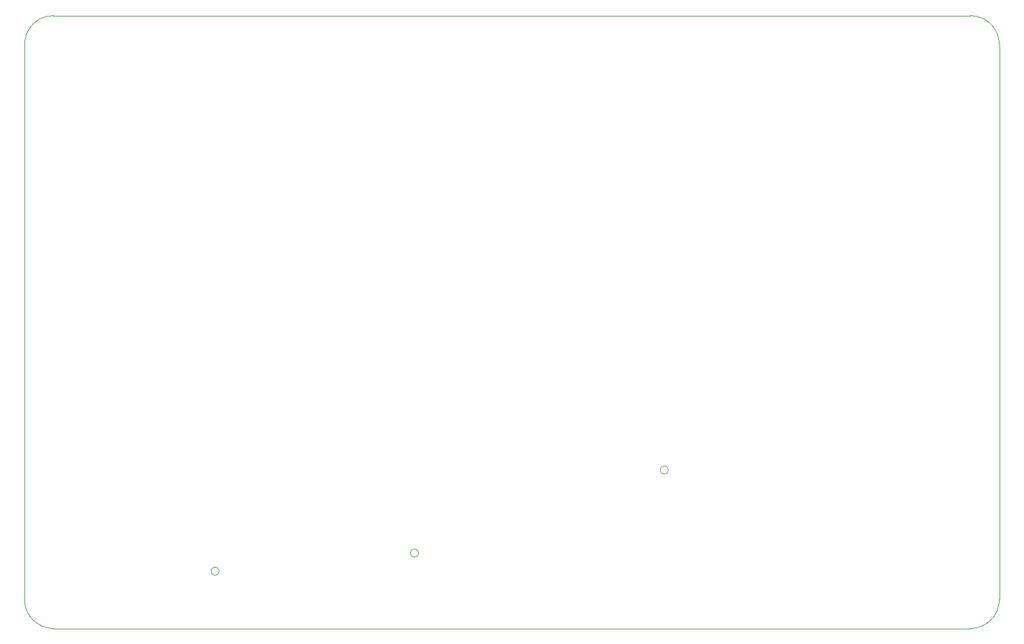
<source format=gbr>
%TF.GenerationSoftware,KiCad,Pcbnew,5.1.12-84ad8e8a86~92~ubuntu20.04.1*%
%TF.CreationDate,2022-02-12T16:21:49+08:00*%
%TF.ProjectId,TestAutomation,54657374-4175-4746-9f6d-6174696f6e2e,rev?*%
%TF.SameCoordinates,Original*%
%TF.FileFunction,Profile,NP*%
%FSLAX46Y46*%
G04 Gerber Fmt 4.6, Leading zero omitted, Abs format (unit mm)*
G04 Created by KiCad (PCBNEW 5.1.12-84ad8e8a86~92~ubuntu20.04.1) date 2022-02-12 16:21:49*
%MOMM*%
%LPD*%
G01*
G04 APERTURE LIST*
%TA.AperFunction,Profile*%
%ADD10C,0.050000*%
%TD*%
G04 APERTURE END LIST*
D10*
X168176000Y-116030000D02*
G75*
G03*
X168176000Y-116030000I-576000J0D01*
G01*
X105960000Y-130050000D02*
G75*
G03*
X105960000Y-130050000I-576000J0D01*
G01*
X133570000Y-127540000D02*
G75*
G03*
X133570000Y-127540000I-576000J0D01*
G01*
X214000000Y-134000000D02*
X214000000Y-133000000D01*
X210000000Y-138000000D02*
X209000000Y-138000000D01*
X83000000Y-138000000D02*
X84000000Y-138000000D01*
X79000000Y-133000000D02*
X79000000Y-134000000D01*
X79000000Y-57000000D02*
X79000000Y-58000000D01*
X84000000Y-53000000D02*
X83000000Y-53000000D01*
X210000000Y-53000000D02*
X209000000Y-53000000D01*
X214000000Y-57000000D02*
X214000000Y-58000000D01*
X210000000Y-53000000D02*
G75*
G02*
X214000000Y-57000000I0J-4000000D01*
G01*
X79000000Y-57000000D02*
G75*
G02*
X83000000Y-53000000I4000000J0D01*
G01*
X214000000Y-134000000D02*
G75*
G02*
X210000000Y-138000000I-4000000J0D01*
G01*
X83000000Y-138000000D02*
G75*
G02*
X79000000Y-134000000I0J4000000D01*
G01*
X214000000Y-58000000D02*
X214000000Y-133000000D01*
X79000000Y-58000000D02*
X79000000Y-133000000D01*
X209000000Y-138000000D02*
X84000000Y-138000000D01*
X84000000Y-53000000D02*
X209000000Y-53000000D01*
M02*

</source>
